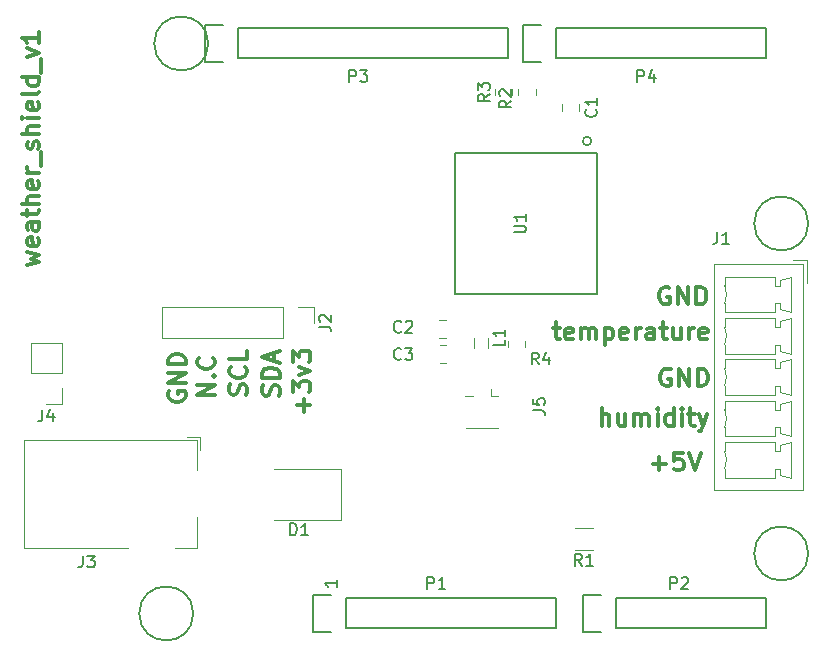
<source format=gbr>
%TF.GenerationSoftware,KiCad,Pcbnew,5.1.9+dfsg1-1~bpo10+1*%
%TF.CreationDate,2021-09-15T11:04:37+02:00*%
%TF.ProjectId,shield_temperature,73686965-6c64-45f7-9465-6d7065726174,1*%
%TF.SameCoordinates,Original*%
%TF.FileFunction,Legend,Top*%
%TF.FilePolarity,Positive*%
%FSLAX46Y46*%
G04 Gerber Fmt 4.6, Leading zero omitted, Abs format (unit mm)*
G04 Created by KiCad (PCBNEW 5.1.9+dfsg1-1~bpo10+1) date 2021-09-15 11:04:37*
%MOMM*%
%LPD*%
G01*
G04 APERTURE LIST*
%ADD10C,0.300000*%
%ADD11C,0.150000*%
%ADD12C,0.120000*%
G04 APERTURE END LIST*
D10*
X113216571Y-94347857D02*
X114216571Y-94062142D01*
X113502285Y-93776428D01*
X114216571Y-93490714D01*
X113216571Y-93205000D01*
X114145142Y-92062142D02*
X114216571Y-92205000D01*
X114216571Y-92490714D01*
X114145142Y-92633571D01*
X114002285Y-92705000D01*
X113430857Y-92705000D01*
X113288000Y-92633571D01*
X113216571Y-92490714D01*
X113216571Y-92205000D01*
X113288000Y-92062142D01*
X113430857Y-91990714D01*
X113573714Y-91990714D01*
X113716571Y-92705000D01*
X114216571Y-90705000D02*
X113430857Y-90705000D01*
X113288000Y-90776428D01*
X113216571Y-90919285D01*
X113216571Y-91205000D01*
X113288000Y-91347857D01*
X114145142Y-90705000D02*
X114216571Y-90847857D01*
X114216571Y-91205000D01*
X114145142Y-91347857D01*
X114002285Y-91419285D01*
X113859428Y-91419285D01*
X113716571Y-91347857D01*
X113645142Y-91205000D01*
X113645142Y-90847857D01*
X113573714Y-90705000D01*
X113216571Y-90205000D02*
X113216571Y-89633571D01*
X112716571Y-89990714D02*
X114002285Y-89990714D01*
X114145142Y-89919285D01*
X114216571Y-89776428D01*
X114216571Y-89633571D01*
X114216571Y-89133571D02*
X112716571Y-89133571D01*
X114216571Y-88490714D02*
X113430857Y-88490714D01*
X113288000Y-88562142D01*
X113216571Y-88705000D01*
X113216571Y-88919285D01*
X113288000Y-89062142D01*
X113359428Y-89133571D01*
X114145142Y-87205000D02*
X114216571Y-87347857D01*
X114216571Y-87633571D01*
X114145142Y-87776428D01*
X114002285Y-87847857D01*
X113430857Y-87847857D01*
X113288000Y-87776428D01*
X113216571Y-87633571D01*
X113216571Y-87347857D01*
X113288000Y-87205000D01*
X113430857Y-87133571D01*
X113573714Y-87133571D01*
X113716571Y-87847857D01*
X114216571Y-86490714D02*
X113216571Y-86490714D01*
X113502285Y-86490714D02*
X113359428Y-86419285D01*
X113288000Y-86347857D01*
X113216571Y-86205000D01*
X113216571Y-86062142D01*
X114359428Y-85919285D02*
X114359428Y-84776428D01*
X114145142Y-84490714D02*
X114216571Y-84347857D01*
X114216571Y-84062142D01*
X114145142Y-83919285D01*
X114002285Y-83847857D01*
X113930857Y-83847857D01*
X113788000Y-83919285D01*
X113716571Y-84062142D01*
X113716571Y-84276428D01*
X113645142Y-84419285D01*
X113502285Y-84490714D01*
X113430857Y-84490714D01*
X113288000Y-84419285D01*
X113216571Y-84276428D01*
X113216571Y-84062142D01*
X113288000Y-83919285D01*
X114216571Y-83205000D02*
X112716571Y-83205000D01*
X114216571Y-82562142D02*
X113430857Y-82562142D01*
X113288000Y-82633571D01*
X113216571Y-82776428D01*
X113216571Y-82990714D01*
X113288000Y-83133571D01*
X113359428Y-83205000D01*
X114216571Y-81847857D02*
X113216571Y-81847857D01*
X112716571Y-81847857D02*
X112788000Y-81919285D01*
X112859428Y-81847857D01*
X112788000Y-81776428D01*
X112716571Y-81847857D01*
X112859428Y-81847857D01*
X114145142Y-80562142D02*
X114216571Y-80705000D01*
X114216571Y-80990714D01*
X114145142Y-81133571D01*
X114002285Y-81205000D01*
X113430857Y-81205000D01*
X113288000Y-81133571D01*
X113216571Y-80990714D01*
X113216571Y-80705000D01*
X113288000Y-80562142D01*
X113430857Y-80490714D01*
X113573714Y-80490714D01*
X113716571Y-81205000D01*
X114216571Y-79633571D02*
X114145142Y-79776428D01*
X114002285Y-79847857D01*
X112716571Y-79847857D01*
X114216571Y-78419285D02*
X112716571Y-78419285D01*
X114145142Y-78419285D02*
X114216571Y-78562142D01*
X114216571Y-78847857D01*
X114145142Y-78990714D01*
X114073714Y-79062142D01*
X113930857Y-79133571D01*
X113502285Y-79133571D01*
X113359428Y-79062142D01*
X113288000Y-78990714D01*
X113216571Y-78847857D01*
X113216571Y-78562142D01*
X113288000Y-78419285D01*
X114359428Y-78062142D02*
X114359428Y-76919285D01*
X113216571Y-76705000D02*
X114216571Y-76347857D01*
X113216571Y-75990714D01*
X114216571Y-74633571D02*
X114216571Y-75490714D01*
X114216571Y-75062142D02*
X112716571Y-75062142D01*
X112930857Y-75205000D01*
X113073714Y-75347857D01*
X113145142Y-75490714D01*
X166143228Y-111130542D02*
X167286085Y-111130542D01*
X166714657Y-111701971D02*
X166714657Y-110559114D01*
X168714657Y-110201971D02*
X168000371Y-110201971D01*
X167928942Y-110916257D01*
X168000371Y-110844828D01*
X168143228Y-110773400D01*
X168500371Y-110773400D01*
X168643228Y-110844828D01*
X168714657Y-110916257D01*
X168786085Y-111059114D01*
X168786085Y-111416257D01*
X168714657Y-111559114D01*
X168643228Y-111630542D01*
X168500371Y-111701971D01*
X168143228Y-111701971D01*
X168000371Y-111630542D01*
X167928942Y-111559114D01*
X169214657Y-110201971D02*
X169714657Y-111701971D01*
X170214657Y-110201971D01*
X161850142Y-107917371D02*
X161850142Y-106417371D01*
X162493000Y-107917371D02*
X162493000Y-107131657D01*
X162421571Y-106988800D01*
X162278714Y-106917371D01*
X162064428Y-106917371D01*
X161921571Y-106988800D01*
X161850142Y-107060228D01*
X163850142Y-106917371D02*
X163850142Y-107917371D01*
X163207285Y-106917371D02*
X163207285Y-107703085D01*
X163278714Y-107845942D01*
X163421571Y-107917371D01*
X163635857Y-107917371D01*
X163778714Y-107845942D01*
X163850142Y-107774514D01*
X164564428Y-107917371D02*
X164564428Y-106917371D01*
X164564428Y-107060228D02*
X164635857Y-106988800D01*
X164778714Y-106917371D01*
X164993000Y-106917371D01*
X165135857Y-106988800D01*
X165207285Y-107131657D01*
X165207285Y-107917371D01*
X165207285Y-107131657D02*
X165278714Y-106988800D01*
X165421571Y-106917371D01*
X165635857Y-106917371D01*
X165778714Y-106988800D01*
X165850142Y-107131657D01*
X165850142Y-107917371D01*
X166564428Y-107917371D02*
X166564428Y-106917371D01*
X166564428Y-106417371D02*
X166493000Y-106488800D01*
X166564428Y-106560228D01*
X166635857Y-106488800D01*
X166564428Y-106417371D01*
X166564428Y-106560228D01*
X167921571Y-107917371D02*
X167921571Y-106417371D01*
X167921571Y-107845942D02*
X167778714Y-107917371D01*
X167493000Y-107917371D01*
X167350142Y-107845942D01*
X167278714Y-107774514D01*
X167207285Y-107631657D01*
X167207285Y-107203085D01*
X167278714Y-107060228D01*
X167350142Y-106988800D01*
X167493000Y-106917371D01*
X167778714Y-106917371D01*
X167921571Y-106988800D01*
X168635857Y-107917371D02*
X168635857Y-106917371D01*
X168635857Y-106417371D02*
X168564428Y-106488800D01*
X168635857Y-106560228D01*
X168707285Y-106488800D01*
X168635857Y-106417371D01*
X168635857Y-106560228D01*
X169135857Y-106917371D02*
X169707285Y-106917371D01*
X169350142Y-106417371D02*
X169350142Y-107703085D01*
X169421571Y-107845942D01*
X169564428Y-107917371D01*
X169707285Y-107917371D01*
X170064428Y-106917371D02*
X170421571Y-107917371D01*
X170778714Y-106917371D02*
X170421571Y-107917371D01*
X170278714Y-108274514D01*
X170207285Y-108345942D01*
X170064428Y-108417371D01*
X167665542Y-103161400D02*
X167522685Y-103089971D01*
X167308400Y-103089971D01*
X167094114Y-103161400D01*
X166951257Y-103304257D01*
X166879828Y-103447114D01*
X166808400Y-103732828D01*
X166808400Y-103947114D01*
X166879828Y-104232828D01*
X166951257Y-104375685D01*
X167094114Y-104518542D01*
X167308400Y-104589971D01*
X167451257Y-104589971D01*
X167665542Y-104518542D01*
X167736971Y-104447114D01*
X167736971Y-103947114D01*
X167451257Y-103947114D01*
X168379828Y-104589971D02*
X168379828Y-103089971D01*
X169236971Y-104589971D01*
X169236971Y-103089971D01*
X169951257Y-104589971D02*
X169951257Y-103089971D01*
X170308400Y-103089971D01*
X170522685Y-103161400D01*
X170665542Y-103304257D01*
X170736971Y-103447114D01*
X170808400Y-103732828D01*
X170808400Y-103947114D01*
X170736971Y-104232828D01*
X170665542Y-104375685D01*
X170522685Y-104518542D01*
X170308400Y-104589971D01*
X169951257Y-104589971D01*
X157730857Y-99627571D02*
X158302285Y-99627571D01*
X157945142Y-99127571D02*
X157945142Y-100413285D01*
X158016571Y-100556142D01*
X158159428Y-100627571D01*
X158302285Y-100627571D01*
X159373714Y-100556142D02*
X159230857Y-100627571D01*
X158945142Y-100627571D01*
X158802285Y-100556142D01*
X158730857Y-100413285D01*
X158730857Y-99841857D01*
X158802285Y-99699000D01*
X158945142Y-99627571D01*
X159230857Y-99627571D01*
X159373714Y-99699000D01*
X159445142Y-99841857D01*
X159445142Y-99984714D01*
X158730857Y-100127571D01*
X160088000Y-100627571D02*
X160088000Y-99627571D01*
X160088000Y-99770428D02*
X160159428Y-99699000D01*
X160302285Y-99627571D01*
X160516571Y-99627571D01*
X160659428Y-99699000D01*
X160730857Y-99841857D01*
X160730857Y-100627571D01*
X160730857Y-99841857D02*
X160802285Y-99699000D01*
X160945142Y-99627571D01*
X161159428Y-99627571D01*
X161302285Y-99699000D01*
X161373714Y-99841857D01*
X161373714Y-100627571D01*
X162088000Y-99627571D02*
X162088000Y-101127571D01*
X162088000Y-99699000D02*
X162230857Y-99627571D01*
X162516571Y-99627571D01*
X162659428Y-99699000D01*
X162730857Y-99770428D01*
X162802285Y-99913285D01*
X162802285Y-100341857D01*
X162730857Y-100484714D01*
X162659428Y-100556142D01*
X162516571Y-100627571D01*
X162230857Y-100627571D01*
X162088000Y-100556142D01*
X164016571Y-100556142D02*
X163873714Y-100627571D01*
X163588000Y-100627571D01*
X163445142Y-100556142D01*
X163373714Y-100413285D01*
X163373714Y-99841857D01*
X163445142Y-99699000D01*
X163588000Y-99627571D01*
X163873714Y-99627571D01*
X164016571Y-99699000D01*
X164088000Y-99841857D01*
X164088000Y-99984714D01*
X163373714Y-100127571D01*
X164730857Y-100627571D02*
X164730857Y-99627571D01*
X164730857Y-99913285D02*
X164802285Y-99770428D01*
X164873714Y-99699000D01*
X165016571Y-99627571D01*
X165159428Y-99627571D01*
X166302285Y-100627571D02*
X166302285Y-99841857D01*
X166230857Y-99699000D01*
X166088000Y-99627571D01*
X165802285Y-99627571D01*
X165659428Y-99699000D01*
X166302285Y-100556142D02*
X166159428Y-100627571D01*
X165802285Y-100627571D01*
X165659428Y-100556142D01*
X165588000Y-100413285D01*
X165588000Y-100270428D01*
X165659428Y-100127571D01*
X165802285Y-100056142D01*
X166159428Y-100056142D01*
X166302285Y-99984714D01*
X166802285Y-99627571D02*
X167373714Y-99627571D01*
X167016571Y-99127571D02*
X167016571Y-100413285D01*
X167088000Y-100556142D01*
X167230857Y-100627571D01*
X167373714Y-100627571D01*
X168516571Y-99627571D02*
X168516571Y-100627571D01*
X167873714Y-99627571D02*
X167873714Y-100413285D01*
X167945142Y-100556142D01*
X168088000Y-100627571D01*
X168302285Y-100627571D01*
X168445142Y-100556142D01*
X168516571Y-100484714D01*
X169230857Y-100627571D02*
X169230857Y-99627571D01*
X169230857Y-99913285D02*
X169302285Y-99770428D01*
X169373714Y-99699000D01*
X169516571Y-99627571D01*
X169659428Y-99627571D01*
X170730857Y-100556142D02*
X170588000Y-100627571D01*
X170302285Y-100627571D01*
X170159428Y-100556142D01*
X170088000Y-100413285D01*
X170088000Y-99841857D01*
X170159428Y-99699000D01*
X170302285Y-99627571D01*
X170588000Y-99627571D01*
X170730857Y-99699000D01*
X170802285Y-99841857D01*
X170802285Y-99984714D01*
X170088000Y-100127571D01*
X167563942Y-96227200D02*
X167421085Y-96155771D01*
X167206800Y-96155771D01*
X166992514Y-96227200D01*
X166849657Y-96370057D01*
X166778228Y-96512914D01*
X166706800Y-96798628D01*
X166706800Y-97012914D01*
X166778228Y-97298628D01*
X166849657Y-97441485D01*
X166992514Y-97584342D01*
X167206800Y-97655771D01*
X167349657Y-97655771D01*
X167563942Y-97584342D01*
X167635371Y-97512914D01*
X167635371Y-97012914D01*
X167349657Y-97012914D01*
X168278228Y-97655771D02*
X168278228Y-96155771D01*
X169135371Y-97655771D01*
X169135371Y-96155771D01*
X169849657Y-97655771D02*
X169849657Y-96155771D01*
X170206800Y-96155771D01*
X170421085Y-96227200D01*
X170563942Y-96370057D01*
X170635371Y-96512914D01*
X170706800Y-96798628D01*
X170706800Y-97012914D01*
X170635371Y-97298628D01*
X170563942Y-97441485D01*
X170421085Y-97584342D01*
X170206800Y-97655771D01*
X169849657Y-97655771D01*
X125208600Y-105028857D02*
X125137171Y-105171714D01*
X125137171Y-105386000D01*
X125208600Y-105600285D01*
X125351457Y-105743142D01*
X125494314Y-105814571D01*
X125780028Y-105886000D01*
X125994314Y-105886000D01*
X126280028Y-105814571D01*
X126422885Y-105743142D01*
X126565742Y-105600285D01*
X126637171Y-105386000D01*
X126637171Y-105243142D01*
X126565742Y-105028857D01*
X126494314Y-104957428D01*
X125994314Y-104957428D01*
X125994314Y-105243142D01*
X126637171Y-104314571D02*
X125137171Y-104314571D01*
X126637171Y-103457428D01*
X125137171Y-103457428D01*
X126637171Y-102743142D02*
X125137171Y-102743142D01*
X125137171Y-102386000D01*
X125208600Y-102171714D01*
X125351457Y-102028857D01*
X125494314Y-101957428D01*
X125780028Y-101886000D01*
X125994314Y-101886000D01*
X126280028Y-101957428D01*
X126422885Y-102028857D01*
X126565742Y-102171714D01*
X126637171Y-102386000D01*
X126637171Y-102743142D01*
X129100971Y-105320114D02*
X127600971Y-105320114D01*
X129100971Y-104462971D01*
X127600971Y-104462971D01*
X128958114Y-103748685D02*
X129029542Y-103677257D01*
X129100971Y-103748685D01*
X129029542Y-103820114D01*
X128958114Y-103748685D01*
X129100971Y-103748685D01*
X128958114Y-102177257D02*
X129029542Y-102248685D01*
X129100971Y-102462971D01*
X129100971Y-102605828D01*
X129029542Y-102820114D01*
X128886685Y-102962971D01*
X128743828Y-103034400D01*
X128458114Y-103105828D01*
X128243828Y-103105828D01*
X127958114Y-103034400D01*
X127815257Y-102962971D01*
X127672400Y-102820114D01*
X127600971Y-102605828D01*
X127600971Y-102462971D01*
X127672400Y-102248685D01*
X127743828Y-102177257D01*
X131747342Y-105290714D02*
X131818771Y-105076428D01*
X131818771Y-104719285D01*
X131747342Y-104576428D01*
X131675914Y-104505000D01*
X131533057Y-104433571D01*
X131390200Y-104433571D01*
X131247342Y-104505000D01*
X131175914Y-104576428D01*
X131104485Y-104719285D01*
X131033057Y-105005000D01*
X130961628Y-105147857D01*
X130890200Y-105219285D01*
X130747342Y-105290714D01*
X130604485Y-105290714D01*
X130461628Y-105219285D01*
X130390200Y-105147857D01*
X130318771Y-105005000D01*
X130318771Y-104647857D01*
X130390200Y-104433571D01*
X131675914Y-102933571D02*
X131747342Y-103005000D01*
X131818771Y-103219285D01*
X131818771Y-103362142D01*
X131747342Y-103576428D01*
X131604485Y-103719285D01*
X131461628Y-103790714D01*
X131175914Y-103862142D01*
X130961628Y-103862142D01*
X130675914Y-103790714D01*
X130533057Y-103719285D01*
X130390200Y-103576428D01*
X130318771Y-103362142D01*
X130318771Y-103219285D01*
X130390200Y-103005000D01*
X130461628Y-102933571D01*
X131818771Y-101576428D02*
X131818771Y-102290714D01*
X130318771Y-102290714D01*
X134490542Y-105377228D02*
X134561971Y-105162942D01*
X134561971Y-104805800D01*
X134490542Y-104662942D01*
X134419114Y-104591514D01*
X134276257Y-104520085D01*
X134133400Y-104520085D01*
X133990542Y-104591514D01*
X133919114Y-104662942D01*
X133847685Y-104805800D01*
X133776257Y-105091514D01*
X133704828Y-105234371D01*
X133633400Y-105305800D01*
X133490542Y-105377228D01*
X133347685Y-105377228D01*
X133204828Y-105305800D01*
X133133400Y-105234371D01*
X133061971Y-105091514D01*
X133061971Y-104734371D01*
X133133400Y-104520085D01*
X134561971Y-103877228D02*
X133061971Y-103877228D01*
X133061971Y-103520085D01*
X133133400Y-103305800D01*
X133276257Y-103162942D01*
X133419114Y-103091514D01*
X133704828Y-103020085D01*
X133919114Y-103020085D01*
X134204828Y-103091514D01*
X134347685Y-103162942D01*
X134490542Y-103305800D01*
X134561971Y-103520085D01*
X134561971Y-103877228D01*
X134133400Y-102448657D02*
X134133400Y-101734371D01*
X134561971Y-102591514D02*
X133061971Y-102091514D01*
X134561971Y-101591514D01*
X136606742Y-106787628D02*
X136606742Y-105644771D01*
X137178171Y-106216200D02*
X136035314Y-106216200D01*
X135678171Y-105073342D02*
X135678171Y-104144771D01*
X136249600Y-104644771D01*
X136249600Y-104430485D01*
X136321028Y-104287628D01*
X136392457Y-104216200D01*
X136535314Y-104144771D01*
X136892457Y-104144771D01*
X137035314Y-104216200D01*
X137106742Y-104287628D01*
X137178171Y-104430485D01*
X137178171Y-104859057D01*
X137106742Y-105001914D01*
X137035314Y-105073342D01*
X136178171Y-103644771D02*
X137178171Y-103287628D01*
X136178171Y-102930485D01*
X135678171Y-102501914D02*
X135678171Y-101573342D01*
X136249600Y-102073342D01*
X136249600Y-101859057D01*
X136321028Y-101716200D01*
X136392457Y-101644771D01*
X136535314Y-101573342D01*
X136892457Y-101573342D01*
X137035314Y-101644771D01*
X137106742Y-101716200D01*
X137178171Y-101859057D01*
X137178171Y-102287628D01*
X137106742Y-102430485D01*
X137035314Y-102501914D01*
D11*
X139390380Y-120999285D02*
X139390380Y-121570714D01*
X139390380Y-121285000D02*
X138390380Y-121285000D01*
X138533238Y-121380238D01*
X138628476Y-121475476D01*
X138676095Y-121570714D01*
D12*
%TO.C,J5*%
X153038800Y-108134000D02*
X150338800Y-108134000D01*
X152448800Y-105414000D02*
X152448800Y-104784000D01*
X150288800Y-105414000D02*
X150928800Y-105414000D01*
X153088800Y-105414000D02*
X152448800Y-105414000D01*
D11*
%TO.C,U1*%
X161448000Y-84805000D02*
X161448000Y-96805000D01*
X161448000Y-96805000D02*
X149448000Y-96805000D01*
X149448000Y-96805000D02*
X149448000Y-84805000D01*
X149448000Y-84805000D02*
X161448000Y-84805000D01*
X160970353Y-83825000D02*
G75*
G03*
X160970353Y-83825000I-362353J0D01*
G01*
D12*
%TO.C,R4*%
X153900200Y-101240964D02*
X153900200Y-100786836D01*
X155370200Y-101240964D02*
X155370200Y-100786836D01*
%TO.C,R3*%
X152808000Y-79908764D02*
X152808000Y-79454636D01*
X154278000Y-79908764D02*
X154278000Y-79454636D01*
%TO.C,R2*%
X154789200Y-79904964D02*
X154789200Y-79450836D01*
X156259200Y-79904964D02*
X156259200Y-79450836D01*
%TO.C,L1*%
X152172600Y-100536358D02*
X152172600Y-101356842D01*
X151052600Y-100536358D02*
X151052600Y-101356842D01*
%TO.C,C3*%
X148632852Y-102589000D02*
X148110348Y-102589000D01*
X148632852Y-101119000D02*
X148110348Y-101119000D01*
%TO.C,C2*%
X148622652Y-100480800D02*
X148100148Y-100480800D01*
X148622652Y-99010800D02*
X148100148Y-99010800D01*
%TO.C,C1*%
X158446800Y-81246652D02*
X158446800Y-80724148D01*
X159916800Y-81246652D02*
X159916800Y-80724148D01*
%TO.C,J4*%
X116138000Y-106105000D02*
X114808000Y-106105000D01*
X116138000Y-104775000D02*
X116138000Y-106105000D01*
X116138000Y-103505000D02*
X113478000Y-103505000D01*
X113478000Y-103505000D02*
X113478000Y-100905000D01*
X116138000Y-103505000D02*
X116138000Y-100905000D01*
X116138000Y-100905000D02*
X113478000Y-100905000D01*
%TO.C,J3*%
X127795200Y-109965800D02*
X127795200Y-108915800D01*
X126745200Y-108915800D02*
X127795200Y-108915800D01*
X121695200Y-118315800D02*
X112895200Y-118315800D01*
X112895200Y-118315800D02*
X112895200Y-109115800D01*
X127595200Y-115615800D02*
X127595200Y-118315800D01*
X127595200Y-118315800D02*
X125695200Y-118315800D01*
X112895200Y-109115800D02*
X127595200Y-109115800D01*
X127595200Y-109115800D02*
X127595200Y-111715800D01*
D11*
%TO.C,P1*%
X137388000Y-122275000D02*
X137388000Y-125375000D01*
X138938000Y-122275000D02*
X137388000Y-122275000D01*
X140208000Y-125095000D02*
X140208000Y-122555000D01*
X137388000Y-125375000D02*
X138938000Y-125375000D01*
X157988000Y-122555000D02*
X140208000Y-122555000D01*
X157988000Y-125095000D02*
X157988000Y-122555000D01*
X140208000Y-125095000D02*
X157988000Y-125095000D01*
%TO.C,P2*%
X160248000Y-122275000D02*
X160248000Y-125375000D01*
X161798000Y-122275000D02*
X160248000Y-122275000D01*
X163068000Y-125095000D02*
X163068000Y-122555000D01*
X160248000Y-125375000D02*
X161798000Y-125375000D01*
X175768000Y-122555000D02*
X163068000Y-122555000D01*
X175768000Y-125095000D02*
X175768000Y-122555000D01*
X163068000Y-125095000D02*
X175768000Y-125095000D01*
%TO.C,P3*%
X128244000Y-74015000D02*
X128244000Y-77115000D01*
X129794000Y-74015000D02*
X128244000Y-74015000D01*
X131064000Y-76835000D02*
X131064000Y-74295000D01*
X128244000Y-77115000D02*
X129794000Y-77115000D01*
X153924000Y-74295000D02*
X131064000Y-74295000D01*
X153924000Y-76835000D02*
X153924000Y-74295000D01*
X131064000Y-76835000D02*
X153924000Y-76835000D01*
%TO.C,P4*%
X155168000Y-74015000D02*
X155168000Y-77115000D01*
X156718000Y-74015000D02*
X155168000Y-74015000D01*
X157988000Y-76835000D02*
X157988000Y-74295000D01*
X155168000Y-77115000D02*
X156718000Y-77115000D01*
X175768000Y-74295000D02*
X157988000Y-74295000D01*
X175768000Y-76835000D02*
X175768000Y-74295000D01*
X157988000Y-76835000D02*
X175768000Y-76835000D01*
%TO.C,P5*%
X127254000Y-123825000D02*
G75*
G03*
X127254000Y-123825000I-2286000J0D01*
G01*
%TO.C,P6*%
X179324000Y-118745000D02*
G75*
G03*
X179324000Y-118745000I-2286000J0D01*
G01*
%TO.C,P7*%
X128524000Y-75565000D02*
G75*
G03*
X128524000Y-75565000I-2286000J0D01*
G01*
%TO.C,P8*%
X179324000Y-90805000D02*
G75*
G03*
X179324000Y-90805000I-2286000J0D01*
G01*
D12*
%TO.C,J1*%
X179248000Y-93865000D02*
X179248000Y-95865000D01*
X177998000Y-93865000D02*
X179248000Y-93865000D01*
X172248000Y-112315000D02*
X172248000Y-111565000D01*
X176548000Y-112315000D02*
X172248000Y-112315000D01*
X176548000Y-111565000D02*
X176548000Y-112315000D01*
X176898000Y-111565000D02*
X176548000Y-111565000D01*
X176898000Y-112065000D02*
X176898000Y-111565000D01*
X177898000Y-112315000D02*
X176898000Y-112065000D01*
X177898000Y-109315000D02*
X177898000Y-112315000D01*
X176898000Y-109565000D02*
X177898000Y-109315000D01*
X176898000Y-110065000D02*
X176898000Y-109565000D01*
X176548000Y-110065000D02*
X176898000Y-110065000D01*
X176548000Y-109315000D02*
X176548000Y-110065000D01*
X172248000Y-109315000D02*
X176548000Y-109315000D01*
X172248000Y-110065000D02*
X172248000Y-109315000D01*
X172248000Y-108815000D02*
X172248000Y-108065000D01*
X176548000Y-108815000D02*
X172248000Y-108815000D01*
X176548000Y-108065000D02*
X176548000Y-108815000D01*
X176898000Y-108065000D02*
X176548000Y-108065000D01*
X176898000Y-108565000D02*
X176898000Y-108065000D01*
X177898000Y-108815000D02*
X176898000Y-108565000D01*
X177898000Y-105815000D02*
X177898000Y-108815000D01*
X176898000Y-106065000D02*
X177898000Y-105815000D01*
X176898000Y-106565000D02*
X176898000Y-106065000D01*
X176548000Y-106565000D02*
X176898000Y-106565000D01*
X176548000Y-105815000D02*
X176548000Y-106565000D01*
X172248000Y-105815000D02*
X176548000Y-105815000D01*
X172248000Y-106565000D02*
X172248000Y-105815000D01*
X172248000Y-105315000D02*
X172248000Y-104565000D01*
X176548000Y-105315000D02*
X172248000Y-105315000D01*
X176548000Y-104565000D02*
X176548000Y-105315000D01*
X176898000Y-104565000D02*
X176548000Y-104565000D01*
X176898000Y-105065000D02*
X176898000Y-104565000D01*
X177898000Y-105315000D02*
X176898000Y-105065000D01*
X177898000Y-102315000D02*
X177898000Y-105315000D01*
X176898000Y-102565000D02*
X177898000Y-102315000D01*
X176898000Y-103065000D02*
X176898000Y-102565000D01*
X176548000Y-103065000D02*
X176898000Y-103065000D01*
X176548000Y-102315000D02*
X176548000Y-103065000D01*
X172248000Y-102315000D02*
X176548000Y-102315000D01*
X172248000Y-103065000D02*
X172248000Y-102315000D01*
X172248000Y-101815000D02*
X172248000Y-101065000D01*
X176548000Y-101815000D02*
X172248000Y-101815000D01*
X176548000Y-101065000D02*
X176548000Y-101815000D01*
X176898000Y-101065000D02*
X176548000Y-101065000D01*
X176898000Y-101565000D02*
X176898000Y-101065000D01*
X177898000Y-101815000D02*
X176898000Y-101565000D01*
X177898000Y-98815000D02*
X177898000Y-101815000D01*
X176898000Y-99065000D02*
X177898000Y-98815000D01*
X176898000Y-99565000D02*
X176898000Y-99065000D01*
X176548000Y-99565000D02*
X176898000Y-99565000D01*
X176548000Y-98815000D02*
X176548000Y-99565000D01*
X172248000Y-98815000D02*
X176548000Y-98815000D01*
X172248000Y-99565000D02*
X172248000Y-98815000D01*
X172248000Y-98315000D02*
X172248000Y-97565000D01*
X176548000Y-98315000D02*
X172248000Y-98315000D01*
X176548000Y-97565000D02*
X176548000Y-98315000D01*
X176898000Y-97565000D02*
X176548000Y-97565000D01*
X176898000Y-98065000D02*
X176898000Y-97565000D01*
X177898000Y-98315000D02*
X176898000Y-98065000D01*
X177898000Y-95315000D02*
X177898000Y-98315000D01*
X176898000Y-95565000D02*
X177898000Y-95315000D01*
X176898000Y-96065000D02*
X176898000Y-95565000D01*
X176548000Y-96065000D02*
X176898000Y-96065000D01*
X176548000Y-95315000D02*
X176548000Y-96065000D01*
X172248000Y-95315000D02*
X176548000Y-95315000D01*
X172248000Y-96065000D02*
X172248000Y-95315000D01*
X178858000Y-113375000D02*
X178858000Y-94255000D01*
X171388000Y-113375000D02*
X178858000Y-113375000D01*
X171388000Y-94255000D02*
X171388000Y-113375000D01*
X178858000Y-94255000D02*
X171388000Y-94255000D01*
X172248155Y-97564647D02*
G75*
G03*
X172248000Y-96065000I-1700155J749647D01*
G01*
X172248155Y-101064647D02*
G75*
G03*
X172248000Y-99565000I-1700155J749647D01*
G01*
X172248155Y-104564647D02*
G75*
G03*
X172248000Y-103065000I-1700155J749647D01*
G01*
X172248155Y-108064647D02*
G75*
G03*
X172248000Y-106565000I-1700155J749647D01*
G01*
X172248155Y-111564647D02*
G75*
G03*
X172248000Y-110065000I-1700155J749647D01*
G01*
%TO.C,R1*%
X161062564Y-116590400D02*
X159608436Y-116590400D01*
X161062564Y-118410400D02*
X159608436Y-118410400D01*
%TO.C,J2*%
X137448600Y-97882400D02*
X137448600Y-99212400D01*
X136118600Y-97882400D02*
X137448600Y-97882400D01*
X134848600Y-97882400D02*
X134848600Y-100542400D01*
X134848600Y-100542400D02*
X124628600Y-100542400D01*
X134848600Y-97882400D02*
X124628600Y-97882400D01*
X124628600Y-97882400D02*
X124628600Y-100542400D01*
%TO.C,D1*%
X139753800Y-115891200D02*
X134053800Y-115891200D01*
X139753800Y-111591200D02*
X134053800Y-111591200D01*
X139753800Y-115891200D02*
X139753800Y-111591200D01*
%TO.C,J5*%
D11*
X156017980Y-106606933D02*
X156732266Y-106606933D01*
X156875123Y-106654552D01*
X156970361Y-106749790D01*
X157017980Y-106892647D01*
X157017980Y-106987885D01*
X156017980Y-105654552D02*
X156017980Y-106130742D01*
X156494171Y-106178361D01*
X156446552Y-106130742D01*
X156398933Y-106035504D01*
X156398933Y-105797409D01*
X156446552Y-105702171D01*
X156494171Y-105654552D01*
X156589409Y-105606933D01*
X156827504Y-105606933D01*
X156922742Y-105654552D01*
X156970361Y-105702171D01*
X157017980Y-105797409D01*
X157017980Y-106035504D01*
X156970361Y-106130742D01*
X156922742Y-106178361D01*
%TO.C,U1*%
X154400380Y-91566904D02*
X155209904Y-91566904D01*
X155305142Y-91519285D01*
X155352761Y-91471666D01*
X155400380Y-91376428D01*
X155400380Y-91185952D01*
X155352761Y-91090714D01*
X155305142Y-91043095D01*
X155209904Y-90995476D01*
X154400380Y-90995476D01*
X155400380Y-89995476D02*
X155400380Y-90566904D01*
X155400380Y-90281190D02*
X154400380Y-90281190D01*
X154543238Y-90376428D01*
X154638476Y-90471666D01*
X154686095Y-90566904D01*
%TO.C,R4*%
X156500533Y-102738180D02*
X156167200Y-102261990D01*
X155929104Y-102738180D02*
X155929104Y-101738180D01*
X156310057Y-101738180D01*
X156405295Y-101785800D01*
X156452914Y-101833419D01*
X156500533Y-101928657D01*
X156500533Y-102071514D01*
X156452914Y-102166752D01*
X156405295Y-102214371D01*
X156310057Y-102261990D01*
X155929104Y-102261990D01*
X157357676Y-102071514D02*
X157357676Y-102738180D01*
X157119580Y-101690561D02*
X156881485Y-102404847D01*
X157500533Y-102404847D01*
%TO.C,R3*%
X152345380Y-79848366D02*
X151869190Y-80181700D01*
X152345380Y-80419795D02*
X151345380Y-80419795D01*
X151345380Y-80038842D01*
X151393000Y-79943604D01*
X151440619Y-79895985D01*
X151535857Y-79848366D01*
X151678714Y-79848366D01*
X151773952Y-79895985D01*
X151821571Y-79943604D01*
X151869190Y-80038842D01*
X151869190Y-80419795D01*
X151345380Y-79515033D02*
X151345380Y-78895985D01*
X151726333Y-79229319D01*
X151726333Y-79086461D01*
X151773952Y-78991223D01*
X151821571Y-78943604D01*
X151916809Y-78895985D01*
X152154904Y-78895985D01*
X152250142Y-78943604D01*
X152297761Y-78991223D01*
X152345380Y-79086461D01*
X152345380Y-79372176D01*
X152297761Y-79467414D01*
X152250142Y-79515033D01*
%TO.C,R2*%
X154173180Y-80405266D02*
X153696990Y-80738600D01*
X154173180Y-80976695D02*
X153173180Y-80976695D01*
X153173180Y-80595742D01*
X153220800Y-80500504D01*
X153268419Y-80452885D01*
X153363657Y-80405266D01*
X153506514Y-80405266D01*
X153601752Y-80452885D01*
X153649371Y-80500504D01*
X153696990Y-80595742D01*
X153696990Y-80976695D01*
X153268419Y-80024314D02*
X153220800Y-79976695D01*
X153173180Y-79881457D01*
X153173180Y-79643361D01*
X153220800Y-79548123D01*
X153268419Y-79500504D01*
X153363657Y-79452885D01*
X153458895Y-79452885D01*
X153601752Y-79500504D01*
X154173180Y-80071933D01*
X154173180Y-79452885D01*
%TO.C,L1*%
X153614380Y-100649066D02*
X153614380Y-101125257D01*
X152614380Y-101125257D01*
X153614380Y-99791923D02*
X153614380Y-100363352D01*
X153614380Y-100077638D02*
X152614380Y-100077638D01*
X152757238Y-100172876D01*
X152852476Y-100268114D01*
X152900095Y-100363352D01*
%TO.C,C3*%
X144867333Y-102261942D02*
X144819714Y-102309561D01*
X144676857Y-102357180D01*
X144581619Y-102357180D01*
X144438761Y-102309561D01*
X144343523Y-102214323D01*
X144295904Y-102119085D01*
X144248285Y-101928609D01*
X144248285Y-101785752D01*
X144295904Y-101595276D01*
X144343523Y-101500038D01*
X144438761Y-101404800D01*
X144581619Y-101357180D01*
X144676857Y-101357180D01*
X144819714Y-101404800D01*
X144867333Y-101452419D01*
X145200666Y-101357180D02*
X145819714Y-101357180D01*
X145486380Y-101738133D01*
X145629238Y-101738133D01*
X145724476Y-101785752D01*
X145772095Y-101833371D01*
X145819714Y-101928609D01*
X145819714Y-102166704D01*
X145772095Y-102261942D01*
X145724476Y-102309561D01*
X145629238Y-102357180D01*
X145343523Y-102357180D01*
X145248285Y-102309561D01*
X145200666Y-102261942D01*
%TO.C,C2*%
X144867333Y-99950542D02*
X144819714Y-99998161D01*
X144676857Y-100045780D01*
X144581619Y-100045780D01*
X144438761Y-99998161D01*
X144343523Y-99902923D01*
X144295904Y-99807685D01*
X144248285Y-99617209D01*
X144248285Y-99474352D01*
X144295904Y-99283876D01*
X144343523Y-99188638D01*
X144438761Y-99093400D01*
X144581619Y-99045780D01*
X144676857Y-99045780D01*
X144819714Y-99093400D01*
X144867333Y-99141019D01*
X145248285Y-99141019D02*
X145295904Y-99093400D01*
X145391142Y-99045780D01*
X145629238Y-99045780D01*
X145724476Y-99093400D01*
X145772095Y-99141019D01*
X145819714Y-99236257D01*
X145819714Y-99331495D01*
X145772095Y-99474352D01*
X145200666Y-100045780D01*
X145819714Y-100045780D01*
%TO.C,C1*%
X161342342Y-81152066D02*
X161389961Y-81199685D01*
X161437580Y-81342542D01*
X161437580Y-81437780D01*
X161389961Y-81580638D01*
X161294723Y-81675876D01*
X161199485Y-81723495D01*
X161009009Y-81771114D01*
X160866152Y-81771114D01*
X160675676Y-81723495D01*
X160580438Y-81675876D01*
X160485200Y-81580638D01*
X160437580Y-81437780D01*
X160437580Y-81342542D01*
X160485200Y-81199685D01*
X160532819Y-81152066D01*
X161437580Y-80199685D02*
X161437580Y-80771114D01*
X161437580Y-80485400D02*
X160437580Y-80485400D01*
X160580438Y-80580638D01*
X160675676Y-80675876D01*
X160723295Y-80771114D01*
%TO.C,J4*%
X114474666Y-106557380D02*
X114474666Y-107271666D01*
X114427047Y-107414523D01*
X114331809Y-107509761D01*
X114188952Y-107557380D01*
X114093714Y-107557380D01*
X115379428Y-106890714D02*
X115379428Y-107557380D01*
X115141333Y-106509761D02*
X114903238Y-107224047D01*
X115522285Y-107224047D01*
%TO.C,J3*%
X117911866Y-118918180D02*
X117911866Y-119632466D01*
X117864247Y-119775323D01*
X117769009Y-119870561D01*
X117626152Y-119918180D01*
X117530914Y-119918180D01*
X118292819Y-118918180D02*
X118911866Y-118918180D01*
X118578533Y-119299133D01*
X118721390Y-119299133D01*
X118816628Y-119346752D01*
X118864247Y-119394371D01*
X118911866Y-119489609D01*
X118911866Y-119727704D01*
X118864247Y-119822942D01*
X118816628Y-119870561D01*
X118721390Y-119918180D01*
X118435676Y-119918180D01*
X118340438Y-119870561D01*
X118292819Y-119822942D01*
%TO.C,P1*%
X147089904Y-121737380D02*
X147089904Y-120737380D01*
X147470857Y-120737380D01*
X147566095Y-120785000D01*
X147613714Y-120832619D01*
X147661333Y-120927857D01*
X147661333Y-121070714D01*
X147613714Y-121165952D01*
X147566095Y-121213571D01*
X147470857Y-121261190D01*
X147089904Y-121261190D01*
X148613714Y-121737380D02*
X148042285Y-121737380D01*
X148328000Y-121737380D02*
X148328000Y-120737380D01*
X148232761Y-120880238D01*
X148137523Y-120975476D01*
X148042285Y-121023095D01*
%TO.C,P2*%
X167663904Y-121737380D02*
X167663904Y-120737380D01*
X168044857Y-120737380D01*
X168140095Y-120785000D01*
X168187714Y-120832619D01*
X168235333Y-120927857D01*
X168235333Y-121070714D01*
X168187714Y-121165952D01*
X168140095Y-121213571D01*
X168044857Y-121261190D01*
X167663904Y-121261190D01*
X168616285Y-120832619D02*
X168663904Y-120785000D01*
X168759142Y-120737380D01*
X168997238Y-120737380D01*
X169092476Y-120785000D01*
X169140095Y-120832619D01*
X169187714Y-120927857D01*
X169187714Y-121023095D01*
X169140095Y-121165952D01*
X168568666Y-121737380D01*
X169187714Y-121737380D01*
%TO.C,P3*%
X140485904Y-78811380D02*
X140485904Y-77811380D01*
X140866857Y-77811380D01*
X140962095Y-77859000D01*
X141009714Y-77906619D01*
X141057333Y-78001857D01*
X141057333Y-78144714D01*
X141009714Y-78239952D01*
X140962095Y-78287571D01*
X140866857Y-78335190D01*
X140485904Y-78335190D01*
X141390666Y-77811380D02*
X142009714Y-77811380D01*
X141676380Y-78192333D01*
X141819238Y-78192333D01*
X141914476Y-78239952D01*
X141962095Y-78287571D01*
X142009714Y-78382809D01*
X142009714Y-78620904D01*
X141962095Y-78716142D01*
X141914476Y-78763761D01*
X141819238Y-78811380D01*
X141533523Y-78811380D01*
X141438285Y-78763761D01*
X141390666Y-78716142D01*
%TO.C,P4*%
X164869904Y-78811380D02*
X164869904Y-77811380D01*
X165250857Y-77811380D01*
X165346095Y-77859000D01*
X165393714Y-77906619D01*
X165441333Y-78001857D01*
X165441333Y-78144714D01*
X165393714Y-78239952D01*
X165346095Y-78287571D01*
X165250857Y-78335190D01*
X164869904Y-78335190D01*
X166298476Y-78144714D02*
X166298476Y-78811380D01*
X166060380Y-77763761D02*
X165822285Y-78478047D01*
X166441333Y-78478047D01*
%TO.C,J1*%
X171624666Y-91527380D02*
X171624666Y-92241666D01*
X171577047Y-92384523D01*
X171481809Y-92479761D01*
X171338952Y-92527380D01*
X171243714Y-92527380D01*
X172624666Y-92527380D02*
X172053238Y-92527380D01*
X172338952Y-92527380D02*
X172338952Y-91527380D01*
X172243714Y-91670238D01*
X172148476Y-91765476D01*
X172053238Y-91813095D01*
%TO.C,R1*%
X160168833Y-119772780D02*
X159835500Y-119296590D01*
X159597404Y-119772780D02*
X159597404Y-118772780D01*
X159978357Y-118772780D01*
X160073595Y-118820400D01*
X160121214Y-118868019D01*
X160168833Y-118963257D01*
X160168833Y-119106114D01*
X160121214Y-119201352D01*
X160073595Y-119248971D01*
X159978357Y-119296590D01*
X159597404Y-119296590D01*
X161121214Y-119772780D02*
X160549785Y-119772780D01*
X160835500Y-119772780D02*
X160835500Y-118772780D01*
X160740261Y-118915638D01*
X160645023Y-119010876D01*
X160549785Y-119058495D01*
%TO.C,J2*%
X137900980Y-99545733D02*
X138615266Y-99545733D01*
X138758123Y-99593352D01*
X138853361Y-99688590D01*
X138900980Y-99831447D01*
X138900980Y-99926685D01*
X137996219Y-99117161D02*
X137948600Y-99069542D01*
X137900980Y-98974304D01*
X137900980Y-98736209D01*
X137948600Y-98640971D01*
X137996219Y-98593352D01*
X138091457Y-98545733D01*
X138186695Y-98545733D01*
X138329552Y-98593352D01*
X138900980Y-99164780D01*
X138900980Y-98545733D01*
%TO.C,D1*%
X135465704Y-117193580D02*
X135465704Y-116193580D01*
X135703800Y-116193580D01*
X135846657Y-116241200D01*
X135941895Y-116336438D01*
X135989514Y-116431676D01*
X136037133Y-116622152D01*
X136037133Y-116765009D01*
X135989514Y-116955485D01*
X135941895Y-117050723D01*
X135846657Y-117145961D01*
X135703800Y-117193580D01*
X135465704Y-117193580D01*
X136989514Y-117193580D02*
X136418085Y-117193580D01*
X136703800Y-117193580D02*
X136703800Y-116193580D01*
X136608561Y-116336438D01*
X136513323Y-116431676D01*
X136418085Y-116479295D01*
%TD*%
M02*

</source>
